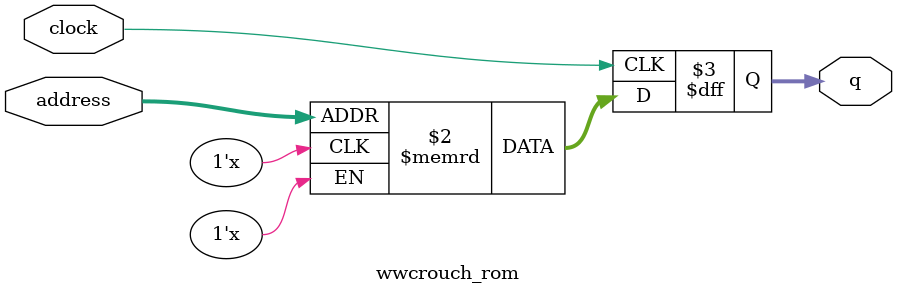
<source format=sv>
module wwcrouch_rom (
	input logic clock,
	input logic [11:0] address,
	output logic [3:0] q
);

logic [3:0] memory [0:4095] /* synthesis ram_init_file = "./wwcrouch/wwcrouch.mif" */;

always_ff @ (posedge clock) begin
	q <= memory[address];
end

endmodule

</source>
